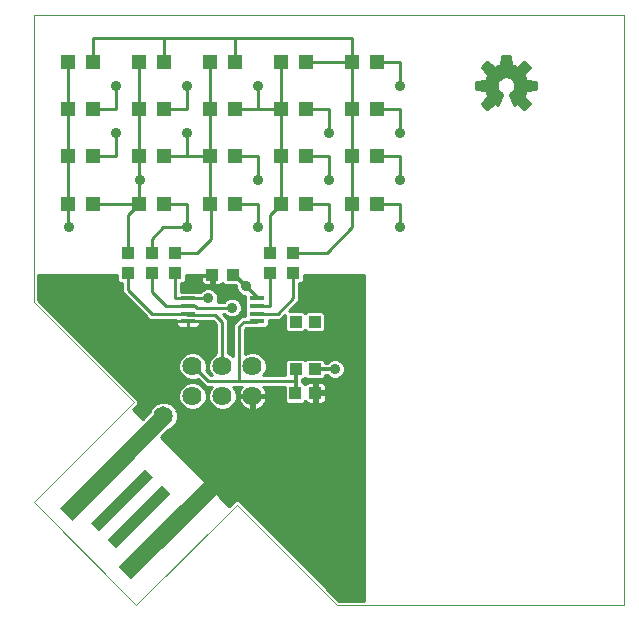
<source format=gtl>
G75*
%MOIN*%
%OFA0B0*%
%FSLAX25Y25*%
%IPPOS*%
%LPD*%
%AMOC8*
5,1,8,0,0,1.08239X$1,22.5*
%
%ADD10C,0.00000*%
%ADD11R,0.04134X0.04252*%
%ADD12R,0.04724X0.01378*%
%ADD13R,0.03937X0.03937*%
%ADD14R,0.03937X0.04331*%
%ADD15C,0.06400*%
%ADD16R,0.29528X0.05906*%
%ADD17R,0.25591X0.03937*%
%ADD18R,0.04724X0.04724*%
%ADD19R,0.04331X0.03937*%
%ADD20C,0.01000*%
%ADD21C,0.01200*%
%ADD22C,0.03562*%
%ADD23C,0.05600*%
%ADD24C,0.06496*%
D10*
X0007833Y0042085D02*
X0041297Y0075549D01*
X0007833Y0109014D01*
X0007833Y0204683D01*
X0204683Y0204683D01*
X0204683Y0007833D01*
X0109014Y0007833D01*
X0075549Y0041297D01*
X0042085Y0007833D01*
X0007833Y0042085D01*
D11*
X0067380Y0118069D03*
X0074270Y0118069D03*
D12*
X0082341Y0110097D03*
X0082341Y0107538D03*
X0082341Y0104979D03*
X0082341Y0102420D03*
X0059309Y0102420D03*
X0059309Y0104979D03*
X0059309Y0107538D03*
X0059309Y0110097D03*
D13*
X0095234Y0102321D03*
X0101534Y0102321D03*
X0101534Y0086573D03*
X0095234Y0086573D03*
D14*
X0095038Y0078699D03*
X0101731Y0078699D03*
D15*
X0080825Y0077636D03*
X0070825Y0077636D03*
X0060825Y0077636D03*
X0060825Y0087636D03*
X0070825Y0087636D03*
X0080825Y0087636D03*
D16*
G36*
X0041556Y0056867D02*
X0020678Y0035989D01*
X0016502Y0040165D01*
X0037380Y0061043D01*
X0041556Y0056867D01*
G37*
G36*
X0061043Y0037380D02*
X0040165Y0016502D01*
X0035989Y0020678D01*
X0056867Y0041556D01*
X0061043Y0037380D01*
G37*
D17*
G36*
X0053387Y0045035D02*
X0035293Y0026941D01*
X0032509Y0029725D01*
X0050603Y0047819D01*
X0053387Y0045035D01*
G37*
G36*
X0047819Y0050603D02*
X0029725Y0032509D01*
X0026941Y0035293D01*
X0045035Y0053387D01*
X0047819Y0050603D01*
G37*
D18*
X0051337Y0141691D03*
X0043069Y0141691D03*
X0027715Y0141691D03*
X0019447Y0141691D03*
X0019447Y0157439D03*
X0027715Y0157439D03*
X0043069Y0157439D03*
X0051337Y0157439D03*
X0066691Y0157439D03*
X0074959Y0157439D03*
X0090313Y0157439D03*
X0098581Y0157439D03*
X0113935Y0157439D03*
X0122203Y0157439D03*
X0122203Y0141691D03*
X0113935Y0141691D03*
X0098581Y0141691D03*
X0090313Y0141691D03*
X0074959Y0141691D03*
X0066691Y0141691D03*
X0066691Y0173187D03*
X0074959Y0173187D03*
X0090313Y0173187D03*
X0098581Y0173187D03*
X0098581Y0188935D03*
X0090313Y0188935D03*
X0074959Y0188935D03*
X0066691Y0188935D03*
X0051337Y0188935D03*
X0043069Y0188935D03*
X0027715Y0188935D03*
X0019447Y0188935D03*
X0019447Y0173187D03*
X0027715Y0173187D03*
X0043069Y0173187D03*
X0051337Y0173187D03*
X0113935Y0173187D03*
X0122203Y0173187D03*
X0122203Y0188935D03*
X0113935Y0188935D03*
D19*
X0094447Y0125353D03*
X0094447Y0118660D03*
X0086573Y0118660D03*
X0086573Y0125353D03*
X0055077Y0125353D03*
X0055077Y0118660D03*
X0047203Y0118660D03*
X0047203Y0125353D03*
X0039329Y0125353D03*
X0039329Y0118660D03*
D20*
X0039329Y0112956D01*
X0047306Y0104979D01*
X0059309Y0104979D01*
X0059014Y0104683D01*
X0068463Y0104683D01*
X0070825Y0102321D01*
X0070825Y0087636D01*
X0066125Y0087714D02*
X0065525Y0087714D01*
X0065525Y0088571D02*
X0065525Y0086701D01*
X0065331Y0086234D01*
X0066929Y0084636D01*
X0067178Y0084636D01*
X0066841Y0084974D01*
X0066125Y0086701D01*
X0066125Y0088571D01*
X0066841Y0090298D01*
X0068163Y0091621D01*
X0068825Y0091895D01*
X0068825Y0101493D01*
X0067634Y0102683D01*
X0063171Y0102683D01*
X0063171Y0102420D01*
X0059309Y0102420D01*
X0059309Y0102419D01*
X0059309Y0102419D01*
X0059309Y0100231D01*
X0056750Y0100231D01*
X0056368Y0100333D01*
X0056026Y0100530D01*
X0055747Y0100810D01*
X0055549Y0101152D01*
X0055447Y0101533D01*
X0055447Y0102419D01*
X0059309Y0102419D01*
X0059309Y0100231D01*
X0061869Y0100231D01*
X0062250Y0100333D01*
X0062593Y0100530D01*
X0062872Y0100810D01*
X0063069Y0101152D01*
X0063171Y0101533D01*
X0063171Y0102419D01*
X0059309Y0102419D01*
X0059309Y0102420D02*
X0055447Y0102420D01*
X0055447Y0102979D01*
X0046478Y0102979D01*
X0045306Y0104150D01*
X0037329Y0112127D01*
X0037329Y0115191D01*
X0036542Y0115191D01*
X0035664Y0116070D01*
X0035664Y0118069D01*
X0009333Y0118069D01*
X0009333Y0109635D01*
X0042797Y0076171D01*
X0042797Y0074928D01*
X0041919Y0074049D01*
X0041919Y0074049D01*
X0040980Y0073111D01*
X0044180Y0069911D01*
X0046658Y0072411D01*
X0047115Y0073515D01*
X0048450Y0074850D01*
X0050196Y0075573D01*
X0052084Y0075573D01*
X0053830Y0074850D01*
X0055165Y0073515D01*
X0055888Y0071769D01*
X0055888Y0069881D01*
X0055165Y0068135D01*
X0053830Y0066800D01*
X0052770Y0066361D01*
X0050261Y0063830D01*
X0073111Y0040980D01*
X0074049Y0041919D01*
X0074049Y0041919D01*
X0074928Y0042797D01*
X0076171Y0042797D01*
X0109635Y0009333D01*
X0118069Y0009333D01*
X0118069Y0118069D01*
X0098112Y0118069D01*
X0098112Y0116070D01*
X0097234Y0115191D01*
X0096447Y0115191D01*
X0096447Y0109367D01*
X0095276Y0108195D01*
X0092870Y0105790D01*
X0097824Y0105790D01*
X0098384Y0105230D01*
X0098944Y0105790D01*
X0104124Y0105790D01*
X0105002Y0104911D01*
X0105002Y0099731D01*
X0104124Y0098853D01*
X0098944Y0098853D01*
X0098384Y0099412D01*
X0097824Y0098853D01*
X0092645Y0098853D01*
X0091766Y0099731D01*
X0091766Y0104686D01*
X0090059Y0102979D01*
X0086203Y0102979D01*
X0086203Y0101109D01*
X0085324Y0100231D01*
X0079357Y0100231D01*
X0079267Y0100321D01*
X0078740Y0100321D01*
X0078337Y0099918D01*
X0078337Y0091693D01*
X0079890Y0092336D01*
X0081760Y0092336D01*
X0083487Y0091621D01*
X0084810Y0090298D01*
X0085525Y0088571D01*
X0085525Y0086701D01*
X0084810Y0084974D01*
X0084472Y0084636D01*
X0091766Y0084636D01*
X0091766Y0089163D01*
X0092645Y0090042D01*
X0097824Y0090042D01*
X0098384Y0089482D01*
X0098944Y0090042D01*
X0104124Y0090042D01*
X0105002Y0089163D01*
X0105002Y0088673D01*
X0105686Y0088673D01*
X0106368Y0089355D01*
X0107574Y0089854D01*
X0108879Y0089854D01*
X0110085Y0089355D01*
X0111008Y0088432D01*
X0111508Y0087226D01*
X0111508Y0085920D01*
X0111008Y0084714D01*
X0110085Y0083791D01*
X0108879Y0083292D01*
X0107574Y0083292D01*
X0106368Y0083791D01*
X0105686Y0084473D01*
X0105002Y0084473D01*
X0105002Y0083983D01*
X0104124Y0083105D01*
X0098944Y0083105D01*
X0098384Y0083664D01*
X0097824Y0083105D01*
X0097334Y0083105D01*
X0097334Y0082364D01*
X0097627Y0082364D01*
X0098432Y0081560D01*
X0098562Y0081785D01*
X0098841Y0082065D01*
X0099183Y0082262D01*
X0099565Y0082364D01*
X0101246Y0082364D01*
X0101246Y0079183D01*
X0102215Y0079183D01*
X0105199Y0079183D01*
X0105199Y0081062D01*
X0105097Y0081443D01*
X0104899Y0081785D01*
X0104620Y0082065D01*
X0104278Y0082262D01*
X0103897Y0082364D01*
X0102215Y0082364D01*
X0102215Y0079183D01*
X0102215Y0078215D01*
X0105199Y0078215D01*
X0105199Y0076336D01*
X0105097Y0075955D01*
X0104899Y0075613D01*
X0104620Y0075333D01*
X0104278Y0075136D01*
X0103897Y0075034D01*
X0102215Y0075034D01*
X0102215Y0078215D01*
X0101246Y0078215D01*
X0101246Y0075034D01*
X0099565Y0075034D01*
X0099183Y0075136D01*
X0098841Y0075333D01*
X0098562Y0075613D01*
X0098432Y0075838D01*
X0097627Y0075034D01*
X0092448Y0075034D01*
X0091569Y0075912D01*
X0091569Y0080636D01*
X0084455Y0080636D01*
X0084845Y0080099D01*
X0085181Y0079440D01*
X0085409Y0078737D01*
X0085523Y0078022D01*
X0081211Y0078022D01*
X0081211Y0077250D01*
X0081211Y0072939D01*
X0081926Y0073052D01*
X0082629Y0073280D01*
X0083288Y0073616D01*
X0083887Y0074051D01*
X0084410Y0074574D01*
X0084845Y0075173D01*
X0085181Y0075832D01*
X0085409Y0076535D01*
X0085523Y0077250D01*
X0081211Y0077250D01*
X0080439Y0077250D01*
X0080439Y0072939D01*
X0079724Y0073052D01*
X0079021Y0073280D01*
X0078362Y0073616D01*
X0077763Y0074051D01*
X0077240Y0074574D01*
X0076805Y0075173D01*
X0076469Y0075832D01*
X0076241Y0076535D01*
X0076128Y0077250D01*
X0080439Y0077250D01*
X0080439Y0078022D01*
X0076128Y0078022D01*
X0076241Y0078737D01*
X0076469Y0079440D01*
X0076805Y0080099D01*
X0077195Y0080636D01*
X0074472Y0080636D01*
X0074810Y0080298D01*
X0075525Y0078571D01*
X0075525Y0076701D01*
X0074810Y0074974D01*
X0073487Y0073652D01*
X0071760Y0072936D01*
X0069890Y0072936D01*
X0068163Y0073652D01*
X0066841Y0074974D01*
X0066125Y0076701D01*
X0066125Y0078571D01*
X0066841Y0080298D01*
X0067178Y0080636D01*
X0065272Y0080636D01*
X0064101Y0081808D01*
X0062617Y0083291D01*
X0061760Y0082936D01*
X0059890Y0082936D01*
X0058163Y0083652D01*
X0056841Y0084974D01*
X0056125Y0086701D01*
X0056125Y0088571D01*
X0056841Y0090298D01*
X0058163Y0091621D01*
X0059890Y0092336D01*
X0061760Y0092336D01*
X0063487Y0091621D01*
X0064810Y0090298D01*
X0065525Y0088571D01*
X0065466Y0088712D02*
X0066184Y0088712D01*
X0066597Y0089711D02*
X0065053Y0089711D01*
X0064399Y0090709D02*
X0067252Y0090709D01*
X0068374Y0091708D02*
X0063277Y0091708D01*
X0061101Y0087636D02*
X0066101Y0082636D01*
X0076337Y0082636D01*
X0095234Y0082636D01*
X0097334Y0082721D02*
X0118069Y0082721D01*
X0118069Y0081723D02*
X0104936Y0081723D01*
X0105199Y0080724D02*
X0118069Y0080724D01*
X0118069Y0079726D02*
X0105199Y0079726D01*
X0105199Y0077729D02*
X0118069Y0077729D01*
X0118069Y0078727D02*
X0102215Y0078727D01*
X0102215Y0077729D02*
X0101246Y0077729D01*
X0101246Y0076730D02*
X0102215Y0076730D01*
X0102215Y0075732D02*
X0101246Y0075732D01*
X0098493Y0075732D02*
X0098325Y0075732D01*
X0101246Y0079726D02*
X0102215Y0079726D01*
X0102215Y0080724D02*
X0101246Y0080724D01*
X0101246Y0081723D02*
X0102215Y0081723D01*
X0104739Y0083720D02*
X0106541Y0083720D01*
X0109912Y0083720D02*
X0118069Y0083720D01*
X0118069Y0084718D02*
X0111010Y0084718D01*
X0111423Y0085717D02*
X0118069Y0085717D01*
X0118069Y0086715D02*
X0111508Y0086715D01*
X0111306Y0087714D02*
X0118069Y0087714D01*
X0118069Y0088712D02*
X0110728Y0088712D01*
X0109225Y0089711D02*
X0118069Y0089711D01*
X0118069Y0090709D02*
X0084399Y0090709D01*
X0085053Y0089711D02*
X0092314Y0089711D01*
X0091766Y0088712D02*
X0085466Y0088712D01*
X0085525Y0087714D02*
X0091766Y0087714D01*
X0091766Y0086715D02*
X0085525Y0086715D01*
X0085117Y0085717D02*
X0091766Y0085717D01*
X0091766Y0084718D02*
X0084554Y0084718D01*
X0085035Y0079726D02*
X0091569Y0079726D01*
X0091569Y0078727D02*
X0085411Y0078727D01*
X0085440Y0076730D02*
X0091569Y0076730D01*
X0091569Y0077729D02*
X0081211Y0077729D01*
X0080439Y0077729D02*
X0075525Y0077729D01*
X0075525Y0076730D02*
X0076210Y0076730D01*
X0076520Y0075732D02*
X0075123Y0075732D01*
X0074569Y0074733D02*
X0077125Y0074733D01*
X0078199Y0073735D02*
X0073570Y0073735D01*
X0068080Y0073735D02*
X0063570Y0073735D01*
X0063487Y0073652D02*
X0064810Y0074974D01*
X0065525Y0076701D01*
X0065525Y0078571D01*
X0064810Y0080298D01*
X0063487Y0081621D01*
X0061760Y0082336D01*
X0059890Y0082336D01*
X0058163Y0081621D01*
X0056841Y0080298D01*
X0056125Y0078571D01*
X0056125Y0076701D01*
X0056841Y0074974D01*
X0058163Y0073652D01*
X0059890Y0072936D01*
X0061760Y0072936D01*
X0063487Y0073652D01*
X0064569Y0074733D02*
X0067081Y0074733D01*
X0066527Y0075732D02*
X0065123Y0075732D01*
X0065525Y0076730D02*
X0066125Y0076730D01*
X0066125Y0077729D02*
X0065525Y0077729D01*
X0065460Y0078727D02*
X0066190Y0078727D01*
X0066603Y0079726D02*
X0065047Y0079726D01*
X0065184Y0080724D02*
X0064384Y0080724D01*
X0064186Y0081723D02*
X0063241Y0081723D01*
X0063187Y0082721D02*
X0036247Y0082721D01*
X0037245Y0081723D02*
X0058410Y0081723D01*
X0057266Y0080724D02*
X0038244Y0080724D01*
X0039243Y0079726D02*
X0056603Y0079726D01*
X0056190Y0078727D02*
X0040241Y0078727D01*
X0041240Y0077729D02*
X0056125Y0077729D01*
X0056125Y0076730D02*
X0042238Y0076730D01*
X0042797Y0075732D02*
X0056527Y0075732D01*
X0057081Y0074733D02*
X0053947Y0074733D01*
X0054945Y0073735D02*
X0058080Y0073735D01*
X0055888Y0071738D02*
X0118069Y0071738D01*
X0118069Y0072736D02*
X0055488Y0072736D01*
X0055888Y0070739D02*
X0118069Y0070739D01*
X0118069Y0069741D02*
X0055830Y0069741D01*
X0055416Y0068742D02*
X0118069Y0068742D01*
X0118069Y0067744D02*
X0054773Y0067744D01*
X0053697Y0066745D02*
X0118069Y0066745D01*
X0118069Y0065747D02*
X0052161Y0065747D01*
X0051171Y0064748D02*
X0118069Y0064748D01*
X0118069Y0063750D02*
X0050341Y0063750D01*
X0051340Y0062751D02*
X0118069Y0062751D01*
X0118069Y0061753D02*
X0052338Y0061753D01*
X0053337Y0060754D02*
X0118069Y0060754D01*
X0118069Y0059756D02*
X0054336Y0059756D01*
X0055334Y0058757D02*
X0118069Y0058757D01*
X0118069Y0057758D02*
X0056333Y0057758D01*
X0057331Y0056760D02*
X0118069Y0056760D01*
X0118069Y0055761D02*
X0058330Y0055761D01*
X0059328Y0054763D02*
X0118069Y0054763D01*
X0118069Y0053764D02*
X0060327Y0053764D01*
X0061325Y0052766D02*
X0118069Y0052766D01*
X0118069Y0051767D02*
X0062324Y0051767D01*
X0063322Y0050769D02*
X0118069Y0050769D01*
X0118069Y0049770D02*
X0064321Y0049770D01*
X0065319Y0048772D02*
X0118069Y0048772D01*
X0118069Y0047773D02*
X0066318Y0047773D01*
X0067316Y0046775D02*
X0118069Y0046775D01*
X0118069Y0045776D02*
X0068315Y0045776D01*
X0069313Y0044778D02*
X0118069Y0044778D01*
X0118069Y0043779D02*
X0070312Y0043779D01*
X0071310Y0042781D02*
X0074911Y0042781D01*
X0076187Y0042781D02*
X0118069Y0042781D01*
X0118069Y0041782D02*
X0077186Y0041782D01*
X0078184Y0040784D02*
X0118069Y0040784D01*
X0118069Y0039785D02*
X0079183Y0039785D01*
X0080181Y0038787D02*
X0118069Y0038787D01*
X0118069Y0037788D02*
X0081180Y0037788D01*
X0082179Y0036790D02*
X0118069Y0036790D01*
X0118069Y0035791D02*
X0083177Y0035791D01*
X0084176Y0034793D02*
X0118069Y0034793D01*
X0118069Y0033794D02*
X0085174Y0033794D01*
X0086173Y0032796D02*
X0118069Y0032796D01*
X0118069Y0031797D02*
X0087171Y0031797D01*
X0088170Y0030799D02*
X0118069Y0030799D01*
X0118069Y0029800D02*
X0089168Y0029800D01*
X0090167Y0028802D02*
X0118069Y0028802D01*
X0118069Y0027803D02*
X0091165Y0027803D01*
X0092164Y0026805D02*
X0118069Y0026805D01*
X0118069Y0025806D02*
X0093162Y0025806D01*
X0094161Y0024808D02*
X0118069Y0024808D01*
X0118069Y0023809D02*
X0095159Y0023809D01*
X0096158Y0022811D02*
X0118069Y0022811D01*
X0118069Y0021812D02*
X0097156Y0021812D01*
X0098155Y0020814D02*
X0118069Y0020814D01*
X0118069Y0019815D02*
X0099153Y0019815D01*
X0100152Y0018817D02*
X0118069Y0018817D01*
X0118069Y0017818D02*
X0101150Y0017818D01*
X0102149Y0016820D02*
X0118069Y0016820D01*
X0118069Y0015821D02*
X0103147Y0015821D01*
X0104146Y0014823D02*
X0118069Y0014823D01*
X0118069Y0013824D02*
X0105144Y0013824D01*
X0106143Y0012825D02*
X0118069Y0012825D01*
X0118069Y0011827D02*
X0107141Y0011827D01*
X0108140Y0010828D02*
X0118069Y0010828D01*
X0118069Y0009830D02*
X0109138Y0009830D01*
X0073913Y0041782D02*
X0072309Y0041782D01*
X0045001Y0070739D02*
X0043352Y0070739D01*
X0042353Y0071738D02*
X0045990Y0071738D01*
X0046792Y0072736D02*
X0041355Y0072736D01*
X0041604Y0073735D02*
X0047335Y0073735D01*
X0048333Y0074733D02*
X0042603Y0074733D01*
X0035248Y0083720D02*
X0058095Y0083720D01*
X0057096Y0084718D02*
X0034250Y0084718D01*
X0033251Y0085717D02*
X0056533Y0085717D01*
X0056125Y0086715D02*
X0032253Y0086715D01*
X0031254Y0087714D02*
X0056125Y0087714D01*
X0056184Y0088712D02*
X0030256Y0088712D01*
X0029257Y0089711D02*
X0056597Y0089711D01*
X0057252Y0090709D02*
X0028259Y0090709D01*
X0027260Y0091708D02*
X0058374Y0091708D01*
X0060825Y0087636D02*
X0061101Y0087636D01*
X0065525Y0086715D02*
X0066125Y0086715D01*
X0065848Y0085717D02*
X0066533Y0085717D01*
X0066847Y0084718D02*
X0067096Y0084718D01*
X0072825Y0091895D02*
X0072825Y0103150D01*
X0071653Y0104321D01*
X0070929Y0105046D01*
X0071334Y0105046D01*
X0072116Y0104264D01*
X0073322Y0103764D01*
X0074627Y0103764D01*
X0075833Y0104264D01*
X0076756Y0105187D01*
X0077256Y0106393D01*
X0077256Y0107698D01*
X0076756Y0108904D01*
X0075833Y0109827D01*
X0074627Y0110327D01*
X0073322Y0110327D01*
X0072116Y0109827D01*
X0071334Y0109046D01*
X0069176Y0109046D01*
X0069382Y0109542D01*
X0069382Y0110848D01*
X0068882Y0112054D01*
X0067959Y0112977D01*
X0066753Y0113476D01*
X0065448Y0113476D01*
X0064242Y0112977D01*
X0063460Y0112195D01*
X0062383Y0112195D01*
X0062293Y0112286D01*
X0057077Y0112286D01*
X0057077Y0115191D01*
X0057864Y0115191D01*
X0058742Y0116070D01*
X0058742Y0118069D01*
X0066880Y0118069D01*
X0066880Y0117569D01*
X0063813Y0117569D01*
X0063813Y0115746D01*
X0063915Y0115364D01*
X0064113Y0115022D01*
X0064392Y0114743D01*
X0064734Y0114545D01*
X0065116Y0114443D01*
X0066880Y0114443D01*
X0066880Y0117569D01*
X0067880Y0117569D01*
X0067880Y0114443D01*
X0069645Y0114443D01*
X0070026Y0114545D01*
X0070368Y0114743D01*
X0070647Y0115022D01*
X0070777Y0115247D01*
X0071582Y0114443D01*
X0075418Y0114443D01*
X0075418Y0113479D01*
X0075917Y0112274D01*
X0076840Y0111351D01*
X0078046Y0110851D01*
X0078479Y0110851D01*
X0078479Y0104321D01*
X0077083Y0104321D01*
X0075912Y0103150D01*
X0074337Y0101575D01*
X0074337Y0090771D01*
X0073487Y0091621D01*
X0072825Y0091895D01*
X0073277Y0091708D02*
X0074337Y0091708D01*
X0074337Y0092706D02*
X0072825Y0092706D01*
X0072825Y0093705D02*
X0074337Y0093705D01*
X0074337Y0094703D02*
X0072825Y0094703D01*
X0072825Y0095702D02*
X0074337Y0095702D01*
X0074337Y0096700D02*
X0072825Y0096700D01*
X0072825Y0097699D02*
X0074337Y0097699D01*
X0074337Y0098697D02*
X0072825Y0098697D01*
X0072825Y0099696D02*
X0074337Y0099696D01*
X0074337Y0100694D02*
X0072825Y0100694D01*
X0072825Y0101693D02*
X0074455Y0101693D01*
X0075454Y0102691D02*
X0072825Y0102691D01*
X0072285Y0103690D02*
X0076452Y0103690D01*
X0076258Y0104689D02*
X0078479Y0104689D01*
X0078479Y0105687D02*
X0076963Y0105687D01*
X0077256Y0106686D02*
X0078479Y0106686D01*
X0078479Y0107684D02*
X0077256Y0107684D01*
X0076848Y0108683D02*
X0078479Y0108683D01*
X0078479Y0109681D02*
X0075979Y0109681D01*
X0076513Y0111678D02*
X0069038Y0111678D01*
X0069382Y0110680D02*
X0078479Y0110680D01*
X0075751Y0112677D02*
X0068259Y0112677D01*
X0067880Y0114674D02*
X0066880Y0114674D01*
X0066880Y0115672D02*
X0067880Y0115672D01*
X0067880Y0116671D02*
X0066880Y0116671D01*
X0066880Y0117669D02*
X0058742Y0117669D01*
X0058742Y0116671D02*
X0063813Y0116671D01*
X0063833Y0115672D02*
X0058345Y0115672D01*
X0057077Y0114674D02*
X0064512Y0114674D01*
X0063942Y0112677D02*
X0057077Y0112677D01*
X0057077Y0113675D02*
X0075418Y0113675D01*
X0071351Y0114674D02*
X0070248Y0114674D01*
X0069382Y0109681D02*
X0071970Y0109681D01*
X0073975Y0107046D02*
X0062164Y0107046D01*
X0061672Y0107538D01*
X0059309Y0107538D01*
X0051953Y0107538D01*
X0047203Y0112288D01*
X0047203Y0118660D01*
X0047203Y0125353D02*
X0047203Y0129880D01*
X0051140Y0133817D01*
X0059014Y0133817D01*
X0059014Y0141691D01*
X0051337Y0141691D01*
X0043266Y0141691D02*
X0043069Y0141691D01*
X0039329Y0137951D01*
X0039329Y0125353D01*
X0035664Y0117669D02*
X0009333Y0117669D01*
X0009333Y0116671D02*
X0035664Y0116671D01*
X0036061Y0115672D02*
X0009333Y0115672D01*
X0009333Y0114674D02*
X0037329Y0114674D01*
X0037329Y0113675D02*
X0009333Y0113675D01*
X0009333Y0112677D02*
X0037329Y0112677D01*
X0037778Y0111678D02*
X0009333Y0111678D01*
X0009333Y0110680D02*
X0038777Y0110680D01*
X0039775Y0109681D02*
X0009333Y0109681D01*
X0010286Y0108683D02*
X0040774Y0108683D01*
X0041772Y0107684D02*
X0011284Y0107684D01*
X0012283Y0106686D02*
X0042771Y0106686D01*
X0043769Y0105687D02*
X0013281Y0105687D01*
X0014280Y0104689D02*
X0044768Y0104689D01*
X0045766Y0103690D02*
X0015278Y0103690D01*
X0016277Y0102691D02*
X0055447Y0102691D01*
X0055447Y0101693D02*
X0017275Y0101693D01*
X0018274Y0100694D02*
X0055862Y0100694D01*
X0059309Y0100694D02*
X0059309Y0100694D01*
X0059309Y0101693D02*
X0059309Y0101693D01*
X0059309Y0102419D02*
X0059309Y0102420D01*
X0062757Y0100694D02*
X0068825Y0100694D01*
X0068825Y0099696D02*
X0019272Y0099696D01*
X0020271Y0098697D02*
X0068825Y0098697D01*
X0068825Y0097699D02*
X0021269Y0097699D01*
X0022268Y0096700D02*
X0068825Y0096700D01*
X0068825Y0095702D02*
X0023266Y0095702D01*
X0024265Y0094703D02*
X0068825Y0094703D01*
X0068825Y0093705D02*
X0025263Y0093705D01*
X0026262Y0092706D02*
X0068825Y0092706D01*
X0068625Y0101693D02*
X0063171Y0101693D01*
X0071286Y0104689D02*
X0071691Y0104689D01*
X0076337Y0100746D02*
X0077912Y0102321D01*
X0082242Y0102321D01*
X0082341Y0102420D01*
X0085788Y0100694D02*
X0091766Y0100694D01*
X0091801Y0099696D02*
X0078337Y0099696D01*
X0078337Y0098697D02*
X0118069Y0098697D01*
X0118069Y0097699D02*
X0078337Y0097699D01*
X0078337Y0096700D02*
X0118069Y0096700D01*
X0118069Y0095702D02*
X0078337Y0095702D01*
X0078337Y0094703D02*
X0118069Y0094703D01*
X0118069Y0093705D02*
X0078337Y0093705D01*
X0078337Y0092706D02*
X0118069Y0092706D01*
X0118069Y0091708D02*
X0083277Y0091708D01*
X0078374Y0091708D02*
X0078337Y0091708D01*
X0076337Y0100746D02*
X0076337Y0082636D01*
X0076615Y0079726D02*
X0075047Y0079726D01*
X0075460Y0078727D02*
X0076239Y0078727D01*
X0080439Y0076730D02*
X0081211Y0076730D01*
X0081211Y0075732D02*
X0080439Y0075732D01*
X0080439Y0074733D02*
X0081211Y0074733D01*
X0081211Y0073735D02*
X0080439Y0073735D01*
X0083451Y0073735D02*
X0118069Y0073735D01*
X0118069Y0074733D02*
X0084525Y0074733D01*
X0085130Y0075732D02*
X0091750Y0075732D01*
X0098269Y0081723D02*
X0098526Y0081723D01*
X0098613Y0089711D02*
X0098155Y0089711D01*
X0104454Y0089711D02*
X0107228Y0089711D01*
X0105726Y0088712D02*
X0105002Y0088712D01*
X0104967Y0099696D02*
X0118069Y0099696D01*
X0118069Y0100694D02*
X0105002Y0100694D01*
X0105002Y0101693D02*
X0118069Y0101693D01*
X0118069Y0102691D02*
X0105002Y0102691D01*
X0105002Y0103690D02*
X0118069Y0103690D01*
X0118069Y0104689D02*
X0105002Y0104689D01*
X0104226Y0105687D02*
X0118069Y0105687D01*
X0118069Y0106686D02*
X0093766Y0106686D01*
X0094764Y0107684D02*
X0118069Y0107684D01*
X0118069Y0108683D02*
X0095763Y0108683D01*
X0096447Y0109681D02*
X0118069Y0109681D01*
X0118069Y0110680D02*
X0096447Y0110680D01*
X0096447Y0111678D02*
X0118069Y0111678D01*
X0118069Y0112677D02*
X0096447Y0112677D01*
X0096447Y0113675D02*
X0118069Y0113675D01*
X0118069Y0114674D02*
X0096447Y0114674D01*
X0097715Y0115672D02*
X0118069Y0115672D01*
X0118069Y0116671D02*
X0098112Y0116671D01*
X0098112Y0117669D02*
X0118069Y0117669D01*
X0105668Y0125353D02*
X0114132Y0133817D01*
X0114132Y0141494D01*
X0113935Y0141691D01*
X0113935Y0157439D01*
X0113935Y0173187D01*
X0113935Y0188935D01*
X0098581Y0188935D01*
X0090313Y0188935D02*
X0090313Y0173187D01*
X0082636Y0173187D01*
X0082636Y0181061D01*
X0082636Y0173187D02*
X0074959Y0173187D01*
X0066691Y0173187D02*
X0066691Y0157439D01*
X0059014Y0157439D01*
X0059014Y0165313D01*
X0059014Y0157439D02*
X0051337Y0157439D01*
X0043266Y0157439D02*
X0043069Y0157439D01*
X0043069Y0149368D01*
X0043266Y0149565D01*
X0043069Y0149368D02*
X0043069Y0141888D01*
X0043266Y0141691D01*
X0043069Y0141691D02*
X0027715Y0141691D01*
X0019447Y0141691D02*
X0019447Y0134014D01*
X0019644Y0133817D01*
X0019447Y0141691D02*
X0019447Y0157439D01*
X0019447Y0173187D01*
X0019447Y0188935D01*
X0027715Y0188935D02*
X0027715Y0196612D01*
X0027518Y0196809D01*
X0051140Y0196809D01*
X0051337Y0196612D01*
X0051337Y0188935D01*
X0051140Y0196809D02*
X0074762Y0196809D01*
X0074959Y0196612D01*
X0074959Y0188935D01*
X0074762Y0196809D02*
X0114132Y0196809D01*
X0114132Y0189132D01*
X0113935Y0188935D01*
X0122203Y0188935D02*
X0129880Y0188935D01*
X0129880Y0181061D01*
X0129880Y0173187D02*
X0122203Y0173187D01*
X0129880Y0173187D02*
X0129880Y0165313D01*
X0129880Y0157439D02*
X0122203Y0157439D01*
X0129880Y0157439D02*
X0129880Y0149565D01*
X0129880Y0141691D02*
X0122203Y0141691D01*
X0129880Y0141691D02*
X0129880Y0133817D01*
X0106258Y0133817D02*
X0106258Y0141691D01*
X0098581Y0141691D01*
X0090313Y0141691D02*
X0086573Y0137951D01*
X0086573Y0125353D01*
X0086573Y0118660D02*
X0086573Y0107538D01*
X0082341Y0107538D01*
X0082341Y0104979D02*
X0089231Y0104979D01*
X0094447Y0110195D01*
X0094447Y0118660D01*
X0094447Y0125353D02*
X0105668Y0125353D01*
X0090313Y0141691D02*
X0090313Y0157439D01*
X0090313Y0173187D01*
X0098581Y0173187D02*
X0106258Y0173187D01*
X0106258Y0165313D01*
X0106258Y0157439D02*
X0098581Y0157439D01*
X0106258Y0157439D02*
X0106258Y0149565D01*
X0082636Y0149565D02*
X0082636Y0157439D01*
X0074959Y0157439D01*
X0066691Y0157439D02*
X0066691Y0141691D01*
X0066888Y0141494D01*
X0066888Y0129880D01*
X0062360Y0125353D01*
X0055077Y0125353D01*
X0055077Y0118660D02*
X0055077Y0110195D01*
X0059211Y0110195D01*
X0059309Y0110097D01*
X0059408Y0110195D01*
X0066101Y0110195D01*
X0086203Y0102691D02*
X0091766Y0102691D01*
X0091766Y0101693D02*
X0086203Y0101693D01*
X0090770Y0103690D02*
X0091766Y0103690D01*
X0097927Y0105687D02*
X0098841Y0105687D01*
X0105199Y0076730D02*
X0118069Y0076730D01*
X0118069Y0075732D02*
X0104968Y0075732D01*
X0082636Y0133817D02*
X0082636Y0141691D01*
X0074959Y0141691D01*
X0043069Y0141888D02*
X0043069Y0141691D01*
X0043069Y0157439D02*
X0043069Y0173187D01*
X0043069Y0188935D01*
X0035392Y0181061D02*
X0035392Y0173187D01*
X0027715Y0173187D01*
X0035392Y0165313D02*
X0035392Y0157439D01*
X0027715Y0157439D01*
X0051337Y0173187D02*
X0059014Y0173187D01*
X0059014Y0181061D01*
X0066691Y0188935D02*
X0066691Y0173187D01*
X0155388Y0179843D02*
X0158614Y0179515D01*
X0158962Y0178430D01*
X0159483Y0177418D01*
X0157433Y0174905D01*
X0159157Y0173181D01*
X0161670Y0175231D01*
X0162682Y0174709D01*
X0164117Y0178174D01*
X0163577Y0178463D01*
X0163103Y0178851D01*
X0162715Y0179325D01*
X0162426Y0179865D01*
X0162248Y0180452D01*
X0162188Y0181061D01*
X0162254Y0181700D01*
X0162449Y0182311D01*
X0162765Y0182869D01*
X0163188Y0183352D01*
X0163700Y0183738D01*
X0164281Y0184011D01*
X0164905Y0184159D01*
X0165547Y0184177D01*
X0166178Y0184064D01*
X0166773Y0183824D01*
X0167307Y0183467D01*
X0167756Y0183009D01*
X0168103Y0182469D01*
X0168332Y0181870D01*
X0168433Y0181236D01*
X0168403Y0180595D01*
X0168243Y0179974D01*
X0167959Y0179398D01*
X0167564Y0178893D01*
X0167074Y0178479D01*
X0166509Y0178174D01*
X0167944Y0174709D01*
X0168957Y0175231D01*
X0171470Y0173181D01*
X0173193Y0174905D01*
X0171144Y0177418D01*
X0171665Y0178430D01*
X0172012Y0179515D01*
X0175239Y0179843D01*
X0175239Y0182280D01*
X0172012Y0182608D01*
X0171665Y0183692D01*
X0171144Y0184705D01*
X0173193Y0187218D01*
X0171470Y0188941D01*
X0168957Y0186892D01*
X0167944Y0187413D01*
X0166860Y0187760D01*
X0166532Y0190987D01*
X0164095Y0190987D01*
X0163767Y0187760D01*
X0162682Y0187413D01*
X0161670Y0186892D01*
X0159157Y0188941D01*
X0157433Y0187218D01*
X0159483Y0184705D01*
X0158962Y0183692D01*
X0158614Y0182608D01*
X0155388Y0182280D01*
X0155388Y0179843D01*
X0155388Y0180575D02*
X0162236Y0180575D01*
X0162241Y0181574D02*
X0155388Y0181574D01*
X0158267Y0182572D02*
X0162597Y0182572D01*
X0163479Y0183571D02*
X0158923Y0183571D01*
X0159413Y0184569D02*
X0171213Y0184569D01*
X0171704Y0183571D02*
X0167152Y0183571D01*
X0168037Y0182572D02*
X0172360Y0182572D01*
X0172623Y0179577D02*
X0168047Y0179577D01*
X0168398Y0180575D02*
X0175239Y0180575D01*
X0175239Y0181574D02*
X0168379Y0181574D01*
X0167191Y0178578D02*
X0171712Y0178578D01*
X0171227Y0177580D02*
X0166755Y0177580D01*
X0167169Y0176581D02*
X0171826Y0176581D01*
X0172640Y0175583D02*
X0167583Y0175583D01*
X0169749Y0174584D02*
X0172873Y0174584D01*
X0171874Y0173586D02*
X0170974Y0173586D01*
X0163458Y0176581D02*
X0158801Y0176581D01*
X0159400Y0177580D02*
X0163871Y0177580D01*
X0163436Y0178578D02*
X0158914Y0178578D01*
X0158004Y0179577D02*
X0162580Y0179577D01*
X0163044Y0175583D02*
X0157986Y0175583D01*
X0157754Y0174584D02*
X0160877Y0174584D01*
X0159653Y0173586D02*
X0158752Y0173586D01*
X0158779Y0185568D02*
X0171848Y0185568D01*
X0172662Y0186566D02*
X0157965Y0186566D01*
X0157780Y0187565D02*
X0160844Y0187565D01*
X0159620Y0188563D02*
X0158779Y0188563D01*
X0163157Y0187565D02*
X0167469Y0187565D01*
X0166778Y0188563D02*
X0163848Y0188563D01*
X0163950Y0189562D02*
X0166677Y0189562D01*
X0166575Y0190560D02*
X0164051Y0190560D01*
X0169782Y0187565D02*
X0172846Y0187565D01*
X0171848Y0188563D02*
X0171007Y0188563D01*
D21*
X0082341Y0110490D02*
X0078699Y0114132D01*
X0074762Y0118069D01*
X0074270Y0118069D01*
X0082341Y0110490D02*
X0082341Y0110097D01*
X0082242Y0110097D01*
X0095234Y0086573D02*
X0095234Y0082636D01*
X0095234Y0078699D01*
X0095038Y0078699D01*
X0101534Y0086573D02*
X0108227Y0086573D01*
D22*
X0108227Y0086573D03*
X0078699Y0114132D03*
X0073975Y0107046D03*
X0066101Y0110195D03*
X0059014Y0114132D03*
X0059014Y0098384D03*
X0059014Y0133817D03*
X0043266Y0149565D03*
X0035392Y0165313D03*
X0035392Y0181061D03*
X0059014Y0181061D03*
X0059014Y0165313D03*
X0082636Y0149565D03*
X0082636Y0133817D03*
X0106258Y0133817D03*
X0106258Y0149565D03*
X0106258Y0165313D03*
X0082636Y0181061D03*
X0129880Y0181061D03*
X0129880Y0165313D03*
X0129880Y0149565D03*
X0129880Y0133817D03*
X0019644Y0133817D03*
D23*
X0051140Y0070825D02*
X0029029Y0048516D01*
X0048516Y0029029D02*
X0082636Y0062951D01*
D24*
X0051140Y0070825D03*
M02*

</source>
